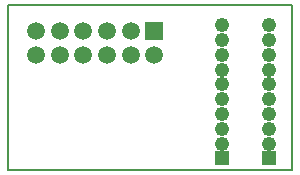
<source format=gts>
G75*
%MOIN*%
%OFA0B0*%
%FSLAX25Y25*%
%IPPOS*%
%LPD*%
%AMOC8*
5,1,8,0,0,1.08239X$1,22.5*
%
%ADD10C,0.00600*%
%ADD11C,0.05950*%
%ADD12R,0.05950X0.05950*%
%ADD13C,0.04762*%
%ADD14R,0.04762X0.04762*%
D10*
X0007095Y0001345D02*
X0007038Y0056467D01*
X0101526Y0056467D01*
X0101583Y0001345D01*
X0007095Y0001345D01*
D11*
X0016386Y0039657D03*
X0024260Y0039657D03*
X0032134Y0039657D03*
X0040008Y0039657D03*
X0047882Y0039657D03*
X0055756Y0039657D03*
X0047882Y0047531D03*
X0040008Y0047531D03*
X0032134Y0047531D03*
X0024260Y0047531D03*
X0016386Y0047531D03*
D12*
X0055756Y0047531D03*
D13*
X0078396Y0049510D03*
X0078396Y0044589D03*
X0078396Y0039668D03*
X0078396Y0034747D03*
X0078396Y0029825D03*
X0078396Y0024904D03*
X0078396Y0019983D03*
X0078396Y0015062D03*
X0078396Y0010140D03*
X0094120Y0010143D03*
X0094120Y0015064D03*
X0094120Y0019985D03*
X0094120Y0024906D03*
X0094120Y0029828D03*
X0094120Y0034749D03*
X0094120Y0039670D03*
X0094120Y0044591D03*
X0094120Y0049513D03*
D14*
X0094120Y0005221D03*
X0078396Y0005219D03*
M02*

</source>
